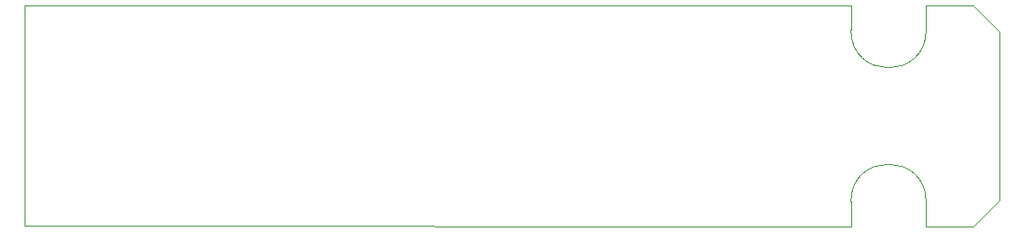
<source format=gbr>
%TF.GenerationSoftware,KiCad,Pcbnew,8.0.3*%
%TF.CreationDate,2024-07-12T14:10:18+09:00*%
%TF.ProjectId,Unit-LD8035E,556e6974-2d4c-4443-9830-3335452e6b69,rev?*%
%TF.SameCoordinates,Original*%
%TF.FileFunction,Profile,NP*%
%FSLAX46Y46*%
G04 Gerber Fmt 4.6, Leading zero omitted, Abs format (unit mm)*
G04 Created by KiCad (PCBNEW 8.0.3) date 2024-07-12 14:10:18*
%MOMM*%
%LPD*%
G01*
G04 APERTURE LIST*
%TA.AperFunction,Profile*%
%ADD10C,0.050000*%
%TD*%
G04 APERTURE END LIST*
D10*
X165602800Y-87611400D02*
G75*
G02*
X158602800Y-87611400I-3500000J0D01*
G01*
X158602800Y-105911400D02*
X81675000Y-105875000D01*
X165602800Y-105911400D02*
X165602800Y-103611400D01*
X158602800Y-103611400D02*
G75*
G02*
X165602800Y-103611400I3500000J0D01*
G01*
X172402800Y-87711400D02*
X170002800Y-85311400D01*
X158602800Y-85311400D02*
X81675000Y-85275000D01*
X172402800Y-87711400D02*
X172402800Y-103511400D01*
X81675000Y-85275000D02*
X81675000Y-105875000D01*
X158602800Y-103611400D02*
X158602800Y-105911400D01*
X165602800Y-85311400D02*
X165602800Y-87611400D01*
X172402800Y-103511400D02*
X170002800Y-105911400D01*
X158602800Y-87611400D02*
X158602800Y-85311400D01*
X170002800Y-85311400D02*
X165602800Y-85311400D01*
X170002800Y-105911400D02*
X165602800Y-105911400D01*
M02*

</source>
